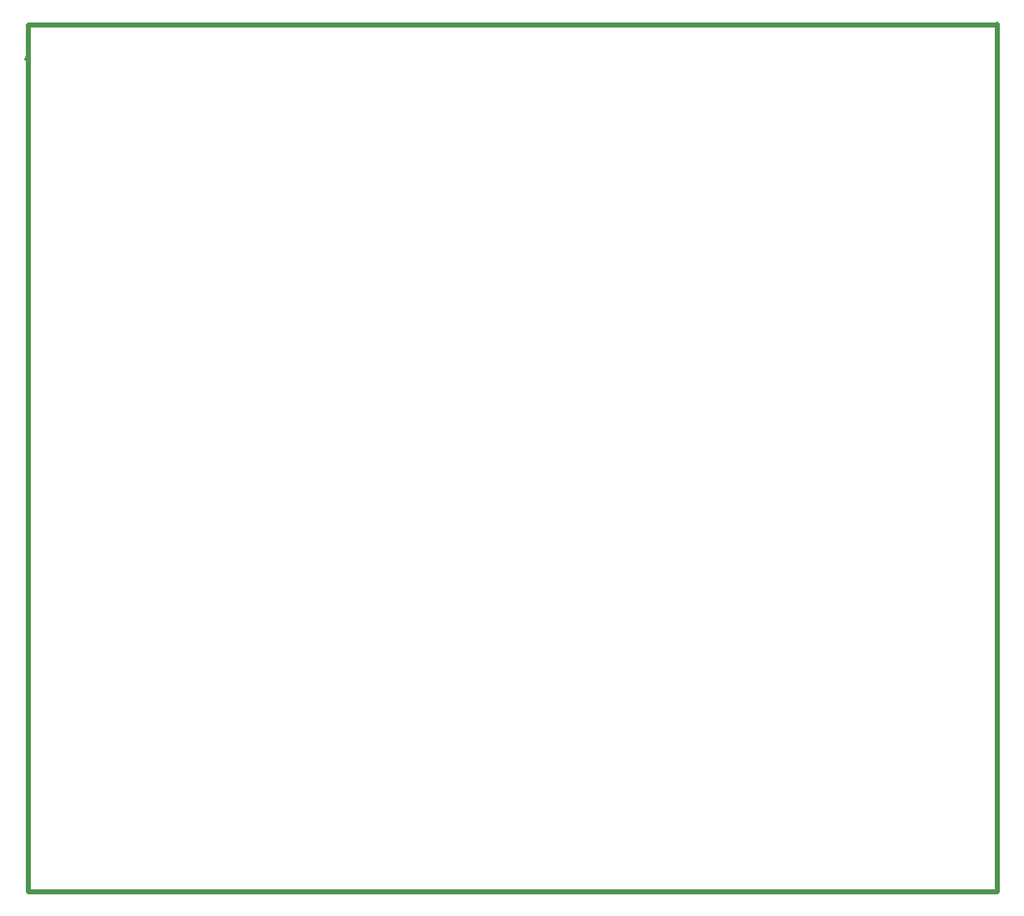
<source format=gko>
G04*
G04 #@! TF.GenerationSoftware,Altium Limited,Altium Designer,21.9.2 (33)*
G04*
G04 Layer_Color=16711935*
%FSLAX25Y25*%
%MOIN*%
G70*
G04*
G04 #@! TF.SameCoordinates,16876C39-77F7-4B8B-AB46-175668DC8D83*
G04*
G04*
G04 #@! TF.FilePolarity,Positive*
G04*
G01*
G75*
%ADD100C,0.01968*%
D100*
X142000Y495000D02*
X142500Y495500D01*
Y508500D01*
X529500D01*
X530000Y509000D01*
X530000Y162000D01*
X142750D02*
X530000D01*
X142750Y503250D02*
X142750Y162000D01*
M02*

</source>
